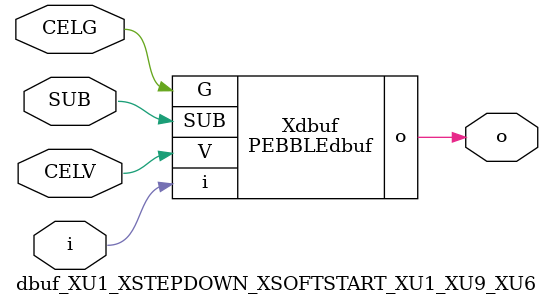
<source format=v>



module PEBBLEdbuf ( o, G, SUB, V, i );

  input V;
  input i;
  input G;
  output o;
  input SUB;
endmodule

//Celera Confidential Do Not Copy dbuf_XU1_XSTEPDOWN_XSOFTSTART_XU1_XU9_XU6
//Celera Confidential Symbol Generator
//Digital Buffer
module dbuf_XU1_XSTEPDOWN_XSOFTSTART_XU1_XU9_XU6 (CELV,CELG,i,o,SUB);
input CELV;
input CELG;
input i;
input SUB;
output o;

//Celera Confidential Do Not Copy dbuf
PEBBLEdbuf Xdbuf(
.V (CELV),
.i (i),
.o (o),
.SUB (SUB),
.G (CELG)
);
//,diesize,PEBBLEdbuf

//Celera Confidential Do Not Copy Module End
//Celera Schematic Generator
endmodule

</source>
